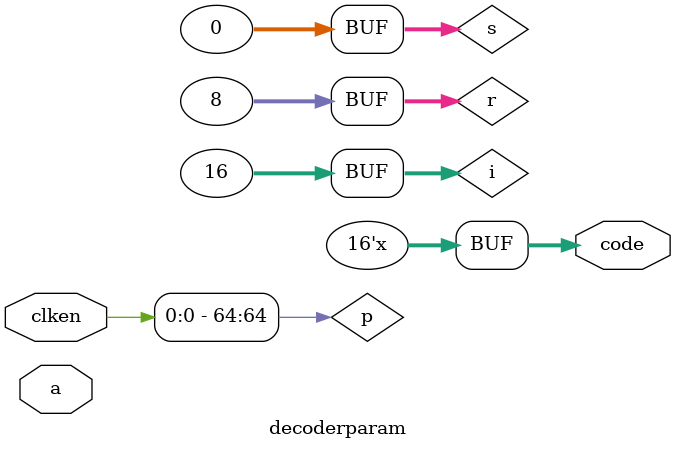
<source format=v>
module decoderparam
	# (parameter WIDTH = 4)
	( output reg [2**WIDTH-1 : 0] code,
	  input [WIDTH-1 : 0] a,
	  input clken
    );
	localparam STAGE = WIDTH;
	integer i, s, r;
	reg [(STAGE+1)*(2**STAGE):0] p;
	always @(a, p, clken) begin
		p[STAGE*(2**STAGE)] <= clken;
		for(s=STAGE; s > 0; s = s - 1) begin
			for (r = 0; r < 2**(STAGE - s); r = r + 1) begin
				p[(s-1)*(2**STAGE) + 2*r]  <= !a[s-1] && p[s*(2**STAGE)+r];
				p[(s-1)*(2**STAGE) + 2*r+1]  <= a[s-1] && p[s*(2**STAGE)+r];
			end
		end
		for (i=0; i < 2**STAGE; i = i + 1) begin
			code[i] <= p[i]; 
		end
	end
endmodule
</source>
